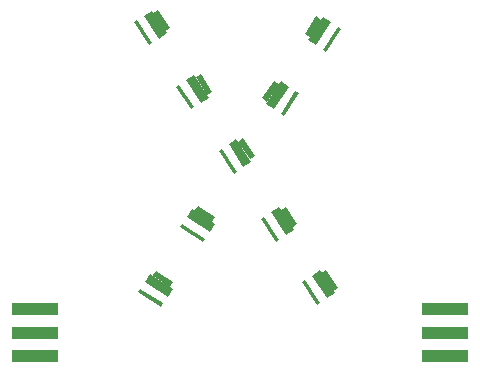
<source format=gts>
G04 #@! TF.FileFunction,Soldermask,Top*
%FSLAX46Y46*%
G04 Gerber Fmt 4.6, Leading zero omitted, Abs format (unit mm)*
G04 Created by KiCad (PCBNEW 4.0.0-rc2-stable) date 3/3/2016 3:49:09 PM*
%MOMM*%
G01*
G04 APERTURE LIST*
%ADD10C,0.150000*%
%ADD11R,4.000000X1.000000*%
%ADD12C,0.600000*%
G04 APERTURE END LIST*
D10*
G36*
X62786975Y-37441450D02*
X64297489Y-38420403D01*
X64025557Y-38839990D01*
X62515043Y-37861037D01*
X62786975Y-37441450D01*
X62786975Y-37441450D01*
G37*
G36*
X61494895Y-38975441D02*
X63424997Y-40226325D01*
X63250961Y-40494861D01*
X61320859Y-39243977D01*
X61494895Y-38975441D01*
X61494895Y-38975441D01*
G37*
G36*
X62305250Y-37725071D02*
X64235352Y-38975955D01*
X63800262Y-39647295D01*
X61870160Y-38396411D01*
X62305250Y-37725071D01*
X62305250Y-37725071D01*
G37*
G36*
X59227285Y-42934015D02*
X60737799Y-43912968D01*
X60465867Y-44332555D01*
X58955353Y-43353602D01*
X59227285Y-42934015D01*
X59227285Y-42934015D01*
G37*
G36*
X57935205Y-44468006D02*
X59865307Y-45718890D01*
X59691271Y-45987426D01*
X57761169Y-44736542D01*
X57935205Y-44468006D01*
X57935205Y-44468006D01*
G37*
G36*
X58745560Y-43217636D02*
X60675662Y-44468520D01*
X60240572Y-45139860D01*
X58310470Y-43888976D01*
X58745560Y-43217636D01*
X58745560Y-43217636D01*
G37*
G36*
X73683234Y-42869474D02*
X74658484Y-44382381D01*
X74238232Y-44653284D01*
X73262982Y-43140377D01*
X73683234Y-42869474D01*
X73683234Y-42869474D01*
G37*
G36*
X71875180Y-43737542D02*
X73121333Y-45670700D01*
X72852372Y-45844078D01*
X71606219Y-43910920D01*
X71875180Y-43737542D01*
X71875180Y-43737542D01*
G37*
G36*
X73127531Y-42930251D02*
X74373684Y-44863410D01*
X73701281Y-45296855D01*
X72455128Y-43363696D01*
X73127531Y-42930251D01*
X73127531Y-42930251D01*
G37*
G36*
X70232964Y-37517073D02*
X71208214Y-39029980D01*
X70787962Y-39300883D01*
X69812712Y-37787976D01*
X70232964Y-37517073D01*
X70232964Y-37517073D01*
G37*
G36*
X68424910Y-38385141D02*
X69671063Y-40318299D01*
X69402102Y-40491677D01*
X68155949Y-38558519D01*
X68424910Y-38385141D01*
X68424910Y-38385141D01*
G37*
G36*
X69677261Y-37577850D02*
X70923414Y-39511009D01*
X70251011Y-39944454D01*
X69004858Y-38011295D01*
X69677261Y-37577850D01*
X69677261Y-37577850D01*
G37*
G36*
X71845394Y-22925904D02*
X72832727Y-21420855D01*
X73250796Y-21695114D01*
X72263463Y-23200163D01*
X71845394Y-22925904D01*
X71845394Y-22925904D01*
G37*
G36*
X73372180Y-24226490D02*
X74633772Y-22303372D01*
X74901336Y-22478898D01*
X73639744Y-24402016D01*
X73372180Y-24226490D01*
X73372180Y-24226490D01*
G37*
G36*
X72126333Y-23409198D02*
X73387926Y-21486079D01*
X74056837Y-21924894D01*
X72795244Y-23848013D01*
X72126333Y-23409198D01*
X72126333Y-23409198D01*
G37*
G36*
X68275714Y-28367370D02*
X69263047Y-26862321D01*
X69681116Y-27136580D01*
X68693783Y-28641629D01*
X68275714Y-28367370D01*
X68275714Y-28367370D01*
G37*
G36*
X69802500Y-29667956D02*
X71064092Y-27744838D01*
X71331656Y-27920364D01*
X70070064Y-29843482D01*
X69802500Y-29667956D01*
X69802500Y-29667956D01*
G37*
G36*
X68556653Y-28850664D02*
X69818246Y-26927545D01*
X70487157Y-27366360D01*
X69225564Y-29289479D01*
X68556653Y-28850664D01*
X68556653Y-28850664D01*
G37*
G36*
X66624090Y-31744369D02*
X67615706Y-33246600D01*
X67198420Y-33522049D01*
X66206804Y-32019818D01*
X66624090Y-31744369D01*
X66624090Y-31744369D01*
G37*
G36*
X64825567Y-32632013D02*
X66092632Y-34551530D01*
X65825569Y-34727817D01*
X64558504Y-32808300D01*
X64825567Y-32632013D01*
X64825567Y-32632013D01*
G37*
G36*
X66069079Y-31811174D02*
X67336145Y-33730691D01*
X66668487Y-34171410D01*
X65401421Y-32251893D01*
X66069079Y-31811174D01*
X66069079Y-31811174D01*
G37*
G36*
X63032350Y-26303140D02*
X64023966Y-27805371D01*
X63606680Y-28080820D01*
X62615064Y-26578589D01*
X63032350Y-26303140D01*
X63032350Y-26303140D01*
G37*
G36*
X61233827Y-27190784D02*
X62500892Y-29110301D01*
X62233829Y-29286588D01*
X60966764Y-27367071D01*
X61233827Y-27190784D01*
X61233827Y-27190784D01*
G37*
G36*
X62477339Y-26369945D02*
X63744405Y-28289462D01*
X63076747Y-28730181D01*
X61809681Y-26810664D01*
X62477339Y-26369945D01*
X62477339Y-26369945D01*
G37*
G36*
X59440615Y-20861912D02*
X60432231Y-22364143D01*
X60014945Y-22639592D01*
X59023329Y-21137361D01*
X59440615Y-20861912D01*
X59440615Y-20861912D01*
G37*
G36*
X57642092Y-21749556D02*
X58909157Y-23669073D01*
X58642094Y-23845360D01*
X57375029Y-21925843D01*
X57642092Y-21749556D01*
X57642092Y-21749556D01*
G37*
G36*
X58885604Y-20928717D02*
X60152670Y-22848234D01*
X59485012Y-23288953D01*
X58217946Y-21369436D01*
X58885604Y-20928717D01*
X58885604Y-20928717D01*
G37*
D11*
X83741430Y-50192207D03*
X83741430Y-48192207D03*
X83741430Y-46192207D03*
D12*
X82741430Y-50192207D03*
X82741430Y-48192207D03*
X82741430Y-46192207D03*
D11*
X49020836Y-46192207D03*
X49020836Y-48192207D03*
X49020836Y-50192207D03*
D12*
X50020836Y-46192207D03*
X50020836Y-48192207D03*
X50020836Y-50192207D03*
M02*

</source>
